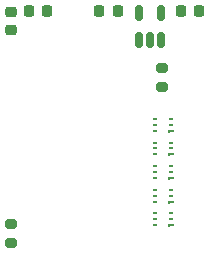
<source format=gtp>
G04 #@! TF.GenerationSoftware,KiCad,Pcbnew,(6.0.5)*
G04 #@! TF.CreationDate,2022-07-09T20:48:00-07:00*
G04 #@! TF.ProjectId,track_ball,74726163-6b5f-4626-916c-6c2e6b696361,1*
G04 #@! TF.SameCoordinates,Original*
G04 #@! TF.FileFunction,Paste,Top*
G04 #@! TF.FilePolarity,Positive*
%FSLAX46Y46*%
G04 Gerber Fmt 4.6, Leading zero omitted, Abs format (unit mm)*
G04 Created by KiCad (PCBNEW (6.0.5)) date 2022-07-09 20:48:00*
%MOMM*%
%LPD*%
G01*
G04 APERTURE LIST*
G04 Aperture macros list*
%AMRoundRect*
0 Rectangle with rounded corners*
0 $1 Rounding radius*
0 $2 $3 $4 $5 $6 $7 $8 $9 X,Y pos of 4 corners*
0 Add a 4 corners polygon primitive as box body*
4,1,4,$2,$3,$4,$5,$6,$7,$8,$9,$2,$3,0*
0 Add four circle primitives for the rounded corners*
1,1,$1+$1,$2,$3*
1,1,$1+$1,$4,$5*
1,1,$1+$1,$6,$7*
1,1,$1+$1,$8,$9*
0 Add four rect primitives between the rounded corners*
20,1,$1+$1,$2,$3,$4,$5,0*
20,1,$1+$1,$4,$5,$6,$7,0*
20,1,$1+$1,$6,$7,$8,$9,0*
20,1,$1+$1,$8,$9,$2,$3,0*%
%AMFreePoly0*
4,1,7,0.100000,-0.225000,-0.100000,-0.225000,-0.100000,0.075000,-0.200000,0.075000,-0.200000,0.225000,0.100000,0.225000,0.100000,-0.225000,0.100000,-0.225000,$1*%
G04 Aperture macros list end*
%ADD10RoundRect,0.150000X0.150000X-0.512500X0.150000X0.512500X-0.150000X0.512500X-0.150000X-0.512500X0*%
%ADD11FreePoly0,90.000000*%
%ADD12R,0.450000X0.200000*%
%ADD13RoundRect,0.225000X-0.250000X0.225000X-0.250000X-0.225000X0.250000X-0.225000X0.250000X0.225000X0*%
%ADD14RoundRect,0.225000X-0.225000X-0.250000X0.225000X-0.250000X0.225000X0.250000X-0.225000X0.250000X0*%
%ADD15RoundRect,0.200000X0.275000X-0.200000X0.275000X0.200000X-0.275000X0.200000X-0.275000X-0.200000X0*%
%ADD16RoundRect,0.200000X-0.275000X0.200000X-0.275000X-0.200000X0.275000X-0.200000X0.275000X0.200000X0*%
%ADD17RoundRect,0.225000X0.225000X0.250000X-0.225000X0.250000X-0.225000X-0.250000X0.225000X-0.250000X0*%
G04 APERTURE END LIST*
D10*
X172950000Y-79837500D03*
X173900000Y-79837500D03*
X174850000Y-79837500D03*
X174850000Y-77562500D03*
X172950000Y-77562500D03*
D11*
X175675000Y-89500000D03*
D12*
X175675000Y-89000000D03*
X175675000Y-88500000D03*
X174325000Y-88500000D03*
X174325000Y-89000000D03*
X174325000Y-89500000D03*
D13*
X162100000Y-77425000D03*
X162100000Y-78975000D03*
D11*
X175675000Y-95500000D03*
D12*
X175675000Y-95000000D03*
X175675000Y-94500000D03*
X174325000Y-94500000D03*
X174325000Y-95000000D03*
X174325000Y-95500000D03*
D11*
X175675000Y-93500000D03*
D12*
X175675000Y-93000000D03*
X175675000Y-92500000D03*
X174325000Y-92500000D03*
X174325000Y-93000000D03*
X174325000Y-93500000D03*
D11*
X175675000Y-91500000D03*
D12*
X175675000Y-91000000D03*
X175675000Y-90500000D03*
X174325000Y-90500000D03*
X174325000Y-91000000D03*
X174325000Y-91500000D03*
D14*
X163625000Y-77400000D03*
X165175000Y-77400000D03*
D15*
X174900000Y-83825000D03*
X174900000Y-82175000D03*
D11*
X175675000Y-87500000D03*
D12*
X175675000Y-87000000D03*
X175675000Y-86500000D03*
X174325000Y-86500000D03*
X174325000Y-87000000D03*
X174325000Y-87500000D03*
D16*
X162100000Y-95375000D03*
X162100000Y-97025000D03*
D17*
X171175000Y-77400000D03*
X169625000Y-77400000D03*
D14*
X176525000Y-77400000D03*
X178075000Y-77400000D03*
M02*

</source>
